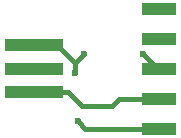
<source format=gtl>
G04 #@! TF.GenerationSoftware,KiCad,Pcbnew,(5.0.0)*
G04 #@! TF.CreationDate,2018-11-03T02:43:51+01:00*
G04 #@! TF.ProjectId,GBPrinter Emulator Minimal,47425072696E74657220456D756C6174,rev?*
G04 #@! TF.SameCoordinates,Original*
G04 #@! TF.FileFunction,Copper,L1,Top,Signal*
G04 #@! TF.FilePolarity,Positive*
%FSLAX46Y46*%
G04 Gerber Fmt 4.6, Leading zero omitted, Abs format (unit mm)*
G04 Created by KiCad (PCBNEW (5.0.0)) date 11/03/18 02:43:51*
%MOMM*%
%LPD*%
G01*
G04 APERTURE LIST*
G04 #@! TA.AperFunction,SMDPad,CuDef*
%ADD10R,3.000000X1.000000*%
G04 #@! TD*
G04 #@! TA.AperFunction,ConnectorPad*
%ADD11R,5.000000X1.000000*%
G04 #@! TD*
G04 #@! TA.AperFunction,ViaPad*
%ADD12C,0.600000*%
G04 #@! TD*
G04 #@! TA.AperFunction,Conductor*
%ADD13C,0.400000*%
G04 #@! TD*
G04 APERTURE END LIST*
D10*
G04 #@! TO.P,,8 - 3.3V*
G04 #@! TO.N,N/C*
X76762560Y-58498740D03*
G04 #@! TO.P,,10 - 5.0V*
X76762560Y-55958740D03*
G04 #@! TO.P,,2 - SWDIO*
X76762560Y-66118740D03*
G04 #@! TO.P,,6 - SWCLK*
X76762560Y-61038740D03*
G04 #@! TO.P,,4 - GND*
X76762560Y-63578740D03*
G04 #@! TD*
D11*
G04 #@! TO.P,GBLink,2 - SO*
G04 #@! TO.N,N/C*
X66189860Y-59039825D03*
G04 #@! TO.P,GBLink,6 - GND*
X66189860Y-63039825D03*
G04 #@! TO.P,GBLink,4 - SD*
X66189860Y-61039825D03*
G04 #@! TD*
D12*
G04 #@! TO.N,*
X75438000Y-59804300D03*
X69938900Y-65493900D03*
X69710300Y-61391800D03*
X70408800Y-59817000D03*
G04 #@! TD*
D13*
G04 #@! TO.N,*
X75762560Y-61038740D02*
X76762560Y-61038740D01*
X76762560Y-61038740D02*
X76762560Y-61121340D01*
X66190945Y-61038740D02*
X66189860Y-61039825D01*
X70563740Y-66118740D02*
X69938900Y-65493900D01*
X76762560Y-66118740D02*
X70563740Y-66118740D01*
X76672440Y-61038740D02*
X75438000Y-59804300D01*
X76762560Y-61038740D02*
X76672440Y-61038740D01*
X69710300Y-60967536D02*
X69710300Y-61391800D01*
X69710300Y-60560265D02*
X69710300Y-60967536D01*
X68189860Y-59039825D02*
X69710300Y-60560265D01*
X66189860Y-59039825D02*
X68189860Y-59039825D01*
X69089860Y-63039825D02*
X70235835Y-64185800D01*
X66189860Y-63039825D02*
X69089860Y-63039825D01*
X70235835Y-64185800D02*
X72821800Y-64185800D01*
X73428860Y-63578740D02*
X76762560Y-63578740D01*
X72821800Y-64185800D02*
X73428860Y-63578740D01*
X69710300Y-60515500D02*
X69710300Y-60560265D01*
X70408800Y-59817000D02*
X69710300Y-60515500D01*
G04 #@! TD*
M02*

</source>
